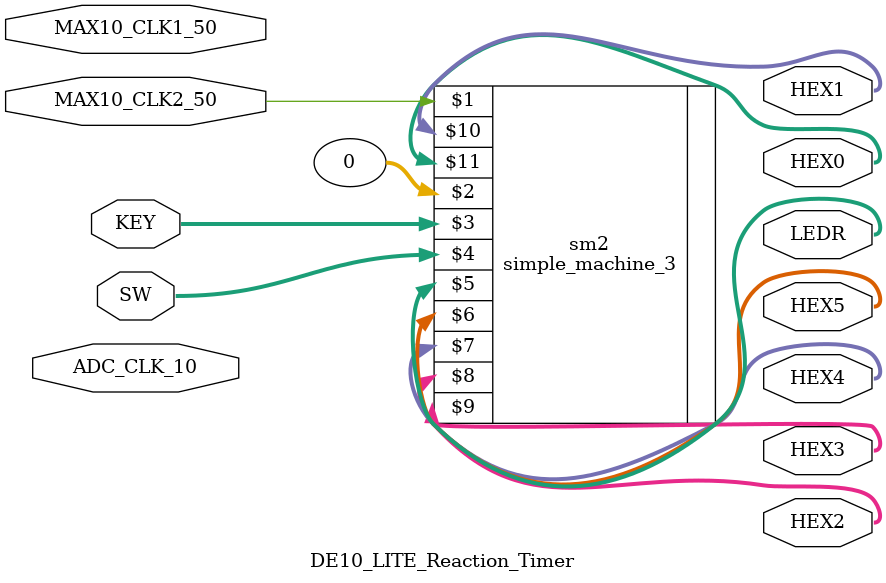
<source format=v>


module DE10_LITE_Reaction_Timer(

	//////////// CLOCK //////////
	input 		          		ADC_CLK_10,
	input 		          		MAX10_CLK1_50,
	input 		          		MAX10_CLK2_50,

	//////////// SEG7 //////////
	output		     [7:0]		HEX0,
	output		     [7:0]		HEX1,
	output		     [7:0]		HEX2,
	output		     [7:0]		HEX3,
	output		     [7:0]		HEX4,
	output		     [7:0]		HEX5,

	//////////// KEY //////////
	input 		     [1:0]		KEY,

	//////////// LED //////////
	output		     [9:0]		LEDR,

	//////////// SW //////////
	input 		     [9:0]		SW
);



//=======================================================
//  REG/WIRE declarations
//=======================================================


//wire [3:0] cnt_a;
//wire [3:0] cnt_b;
//wire [3:0] cnt_c;
//
//wire carry_a;
//wire carry_b;
//wire carry_c;
//
//wire khz_clk;
//clock_divider clk_div(MAX10_CLK1_50, khz_clk);
//
//bcd_counter ba(khz_clk, cnt_a, carry_a);
//bcd_decoder bda(cnt_a, 0, HEX0);
//
//bcd_counter bb(carry_a, cnt_b, carry_b);
//bcd_decoder bdb(cnt_b, 0, HEX1);
//
//bcd_counter bc(carry_b, cnt_c, carry_c);
//bcd_decoder bdc(cnt_c, 0, HEX2);

//assign LEDR[0] = 

//timing_state(khz_clk, KEY, {HEX2, HEX1, HEX0}, LEDR);


//finite_state_machine fsm(KEY, LEDR, HEX0, HEX1, HEX2, HEX3, HEX4, HEX5);

//simple_machine sm(KEY, HEX5, HEX4, HEX3, LEDR, MAX10_CLK2_50);

//simple_machine_2 sm2(MAX10_CLK2_50, !KEY[1], KEY, LEDR, HEX0, HEX1);


simple_machine_3 sm2(MAX10_CLK2_50, 0, KEY, SW, LEDR, HEX5, HEX4, HEX3, HEX2, HEX1, HEX0);

//wire khz_clk;
//clock_divider clk_div(MAX10_CLK2_50, khz_clk);
//
//wire [3:0] count_a;
//wire [3:0] count_b;
//wire [3:0] count_c;
//wire [3:0] count_d;
//wire [3:0] count_e;
//wire [3:0] count_f;
//
//wire carry_a;
//wire carry_b;
//wire carry_c;
//wire carry_d;
//wire carry_e;
//wire carry_f;
//
//bcd_counter ca(khz_clk, !KEY[0], count_a, carry_a);
//bcd_counter cb(carry_a, !KEY[0], count_b, carry_b);
//bcd_counter cc(carry_b, !KEY[0], count_c, carry_c);
//bcd_counter cd(carry_c, !KEY[0], count_d, carry_d);
//bcd_counter ce(carry_d, !KEY[0], count_e, carry_e);
//bcd_counter cf(carry_e, !KEY[0], count_f, carry_f);
//
//bcd_decoder da(count_a, 0, HEX0);
//bcd_decoder db(count_b, 0, HEX1);
//bcd_decoder dc(count_c, 0, HEX2);
//bcd_decoder dd(count_d, 1, HEX3);
//bcd_decoder de(count_e, 0, HEX4);
//bcd_decoder df(count_f, 0, HEX5);

//=======================================================
//  Structural coding
//=======================================================



endmodule

</source>
